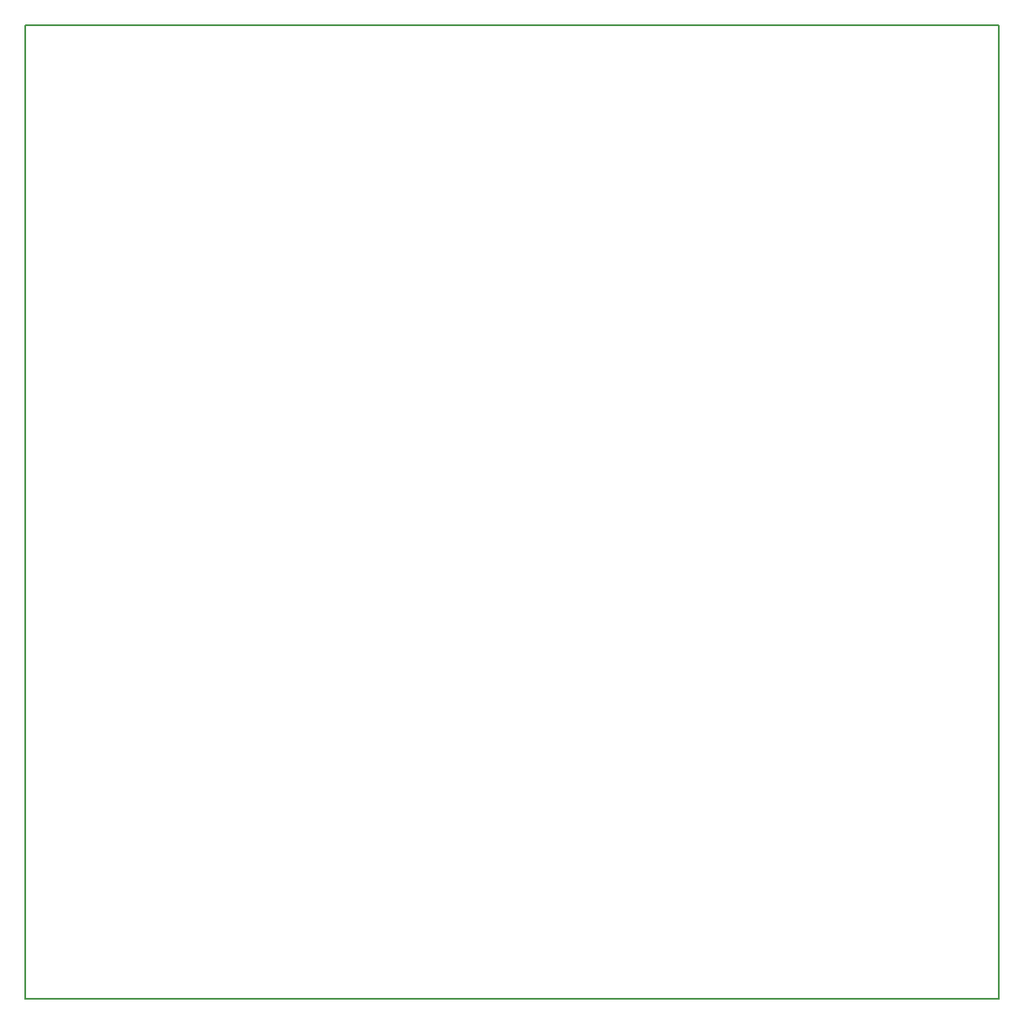
<source format=gm1>
G04 MADE WITH FRITZING*
G04 WWW.FRITZING.ORG*
G04 DOUBLE SIDED*
G04 HOLES PLATED*
G04 CONTOUR ON CENTER OF CONTOUR VECTOR*
%ASAXBY*%
%FSLAX23Y23*%
%MOIN*%
%OFA0B0*%
%SFA1.0B1.0*%
%ADD10R,3.740160X3.740160*%
%ADD11C,0.008000*%
%ADD10C,0.008*%
%LNCONTOUR*%
G90*
G70*
G54D10*
G54D11*
X4Y3736D02*
X3736Y3736D01*
X3736Y4D01*
X4Y4D01*
X4Y3736D01*
D02*
G04 End of contour*
M02*
</source>
